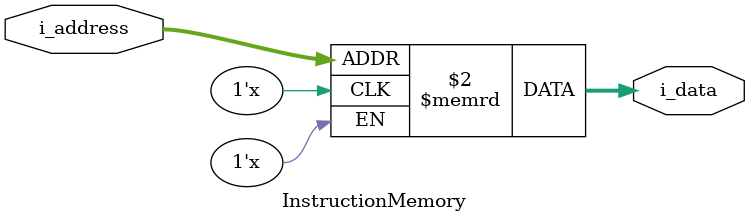
<source format=v>
module InstructionMemory (
    input [7:0] i_address,
    output reg [11:0] i_data
);	
    reg [11:0] i_storage [255:0];
    
    always @(*)
        i_data = i_storage[i_address];
endmodule
</source>
